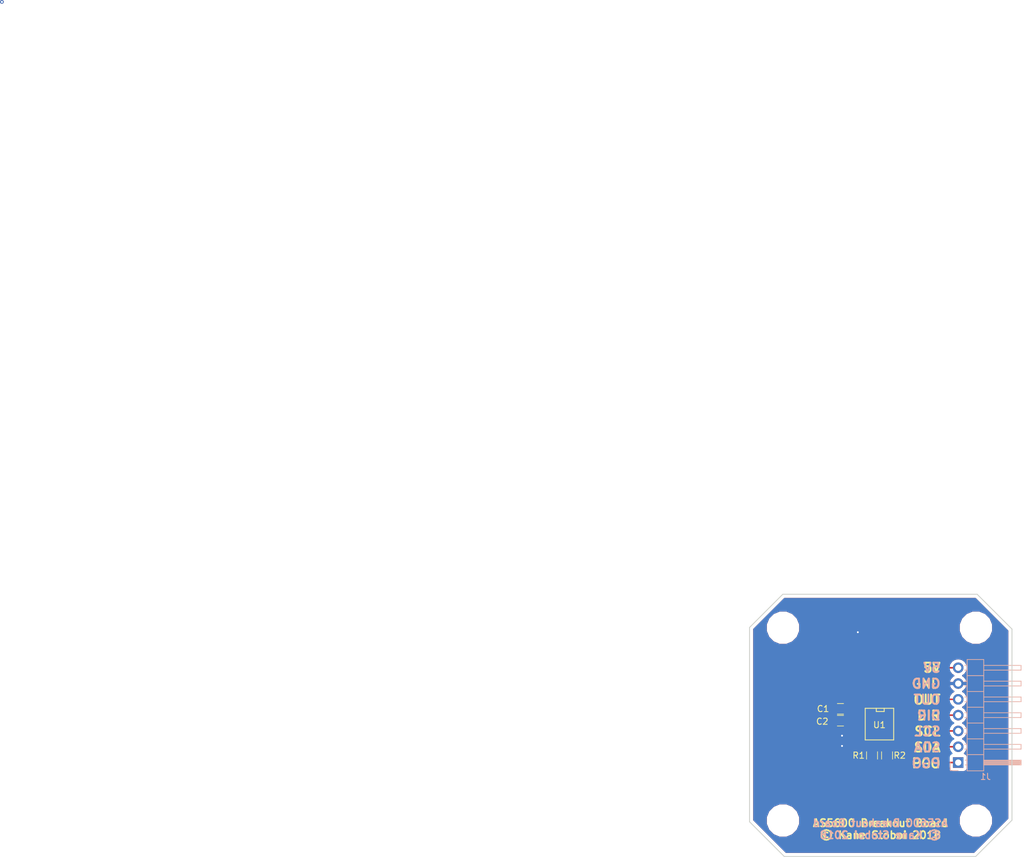
<source format=kicad_pcb>
(kicad_pcb (version 4) (host pcbnew 4.0.7)

  (general
    (links 18)
    (no_connects 0)
    (area -4.438094 -2.499 164.445001 137.489001)
    (thickness 1.6)
    (drawings 24)
    (tracks 28)
    (zones 0)
    (modules 14)
    (nets 9)
  )

  (page A4)
  (title_block
    (title "AS5600 Breakout Board")
    (date 2018-08-18)
    (rev 1)
    (company "Kane Stoboi")
  )

  (layers
    (0 F.Cu signal)
    (31 B.Cu signal)
    (32 B.Adhes user)
    (33 F.Adhes user)
    (34 B.Paste user)
    (35 F.Paste user)
    (36 B.SilkS user)
    (37 F.SilkS user)
    (38 B.Mask user)
    (39 F.Mask user)
    (40 Dwgs.User user)
    (41 Cmts.User user)
    (42 Eco1.User user)
    (43 Eco2.User user)
    (44 Edge.Cuts user)
    (45 Margin user)
    (46 B.CrtYd user)
    (47 F.CrtYd user)
    (48 B.Fab user)
    (49 F.Fab user)
  )

  (setup
    (last_trace_width 0.25)
    (trace_clearance 0.2)
    (zone_clearance 0.508)
    (zone_45_only no)
    (trace_min 0.2)
    (segment_width 0.2)
    (edge_width 0.15)
    (via_size 0.6)
    (via_drill 0.4)
    (via_min_size 0.4)
    (via_min_drill 0.3)
    (uvia_size 0.3)
    (uvia_drill 0.1)
    (uvias_allowed no)
    (uvia_min_size 0.2)
    (uvia_min_drill 0.1)
    (pcb_text_width 0.3)
    (pcb_text_size 1.5 1.5)
    (mod_edge_width 0.15)
    (mod_text_size 1 1)
    (mod_text_width 0.15)
    (pad_size 0.6 0.6)
    (pad_drill 0.3)
    (pad_to_mask_clearance 0.2)
    (aux_axis_origin 0 0)
    (visible_elements 7FFEFF7F)
    (pcbplotparams
      (layerselection 0x010f0_80000001)
      (usegerberextensions true)
      (excludeedgelayer true)
      (linewidth 0.100000)
      (plotframeref false)
      (viasonmask false)
      (mode 1)
      (useauxorigin false)
      (hpglpennumber 1)
      (hpglpenspeed 20)
      (hpglpendiameter 15)
      (hpglpenoverlay 2)
      (psnegative false)
      (psa4output false)
      (plotreference true)
      (plotvalue false)
      (plotinvisibletext false)
      (padsonsilk false)
      (subtractmaskfromsilk false)
      (outputformat 1)
      (mirror false)
      (drillshape 0)
      (scaleselection 1)
      (outputdirectory ""))
  )

  (net 0 "")
  (net 1 GND)
  (net 2 3.3V)
  (net 3 5V)
  (net 4 OUT)
  (net 5 DIR)
  (net 6 SCL)
  (net 7 SDA)
  (net 8 PGO)

  (net_class Default "This is the default net class."
    (clearance 0.2)
    (trace_width 0.25)
    (via_dia 0.6)
    (via_drill 0.4)
    (uvia_dia 0.3)
    (uvia_drill 0.1)
    (add_net 3.3V)
    (add_net 5V)
    (add_net DIR)
    (add_net GND)
    (add_net OUT)
    (add_net PGO)
    (add_net SCL)
    (add_net SDA)
  )

  (module VIAs:VIA-0.6mm (layer F.Cu) (tedit 5B7B843A) (tstamp 5B7B864F)
    (at 137.541 101.346)
    (fp_text reference REF** (at 0 1.397) (layer F.SilkS) hide
      (effects (font (size 1 1) (thickness 0.15)))
    )
    (fp_text value VIA-0.6mm (at 0 -1.524) (layer F.Fab) hide
      (effects (font (size 1 1) (thickness 0.15)))
    )
    (pad 1 thru_hole circle (at 0 0) (size 0.6 0.6) (drill 0.3) (layers *.Cu)
      (net 1 GND) (zone_connect 2))
  )

  (module VIAs:VIA-0.6mm (layer F.Cu) (tedit 5B7B843A) (tstamp 5B7B8649)
    (at 135.001 117.983)
    (fp_text reference REF** (at 0 1.397) (layer F.SilkS) hide
      (effects (font (size 1 1) (thickness 0.15)))
    )
    (fp_text value VIA-0.6mm (at 0 -1.524) (layer F.Fab) hide
      (effects (font (size 1 1) (thickness 0.15)))
    )
    (pad 1 thru_hole circle (at 0 0) (size 0.6 0.6) (drill 0.3) (layers *.Cu)
      (net 1 GND) (zone_connect 2))
  )

  (module VIA-0.6mm (layer F.Cu) (tedit 5B7795E1) (tstamp 5B7798C6)
    (at 0 0)
    (fp_text reference REF** (at 0 1.397) (layer F.SilkS) hide
      (effects (font (size 1 1) (thickness 0.15)))
    )
    (fp_text value VIA-0.6mm (at 0 -1.524) (layer F.Fab) hide
      (effects (font (size 1 1) (thickness 0.15)))
    )
    (pad 1 thru_hole circle (at 0 0) (size 0.6 0.6) (drill 0.3) (layers *.Cu)
      (zone_connect 2))
  )

  (module Capacitors_SMD:C_0805 (layer F.Cu) (tedit 5B778092) (tstamp 5B7779BF)
    (at 134.747 115.57)
    (descr "Capacitor SMD 0805, reflow soldering, AVX (see smccp.pdf)")
    (tags "capacitor 0805")
    (path /5B777736)
    (attr smd)
    (fp_text reference C1 (at -2.794 -1.905) (layer F.SilkS)
      (effects (font (size 1 1) (thickness 0.15)))
    )
    (fp_text value 1uF (at 0 1.75) (layer F.Fab)
      (effects (font (size 1 1) (thickness 0.15)))
    )
    (fp_text user %R (at 0 -1.905) (layer F.Fab)
      (effects (font (size 1 1) (thickness 0.15)))
    )
    (fp_line (start -1 0.62) (end -1 -0.62) (layer F.Fab) (width 0.1))
    (fp_line (start 1 0.62) (end -1 0.62) (layer F.Fab) (width 0.1))
    (fp_line (start 1 -0.62) (end 1 0.62) (layer F.Fab) (width 0.1))
    (fp_line (start -1 -0.62) (end 1 -0.62) (layer F.Fab) (width 0.1))
    (fp_line (start 0.5 -0.85) (end -0.5 -0.85) (layer F.SilkS) (width 0.12))
    (fp_line (start -0.5 0.85) (end 0.5 0.85) (layer F.SilkS) (width 0.12))
    (fp_line (start -1.75 -0.88) (end 1.75 -0.88) (layer F.CrtYd) (width 0.05))
    (fp_line (start -1.75 -0.88) (end -1.75 0.87) (layer F.CrtYd) (width 0.05))
    (fp_line (start 1.75 0.87) (end 1.75 -0.88) (layer F.CrtYd) (width 0.05))
    (fp_line (start 1.75 0.87) (end -1.75 0.87) (layer F.CrtYd) (width 0.05))
    (pad 1 smd rect (at -1 0) (size 1 1.25) (layers F.Cu F.Paste F.Mask)
      (net 1 GND))
    (pad 2 smd rect (at 1 0) (size 1 1.25) (layers F.Cu F.Paste F.Mask)
      (net 2 3.3V))
    (model Capacitors_SMD.3dshapes/C_0805.wrl
      (at (xyz 0 0 0))
      (scale (xyz 1 1 1))
      (rotate (xyz 0 0 0))
    )
  )

  (module Capacitors_SMD:C_0805 (layer F.Cu) (tedit 5B778098) (tstamp 5B7779C5)
    (at 134.747 113.665 180)
    (descr "Capacitor SMD 0805, reflow soldering, AVX (see smccp.pdf)")
    (tags "capacitor 0805")
    (path /5B7775CB)
    (attr smd)
    (fp_text reference C2 (at 2.921 -2.032 180) (layer F.SilkS)
      (effects (font (size 1 1) (thickness 0.15)))
    )
    (fp_text value 100nF (at 0 1.75 180) (layer F.Fab)
      (effects (font (size 1 1) (thickness 0.15)))
    )
    (fp_text user %R (at 0 -1.905 180) (layer F.Fab)
      (effects (font (size 1 1) (thickness 0.15)))
    )
    (fp_line (start -1 0.62) (end -1 -0.62) (layer F.Fab) (width 0.1))
    (fp_line (start 1 0.62) (end -1 0.62) (layer F.Fab) (width 0.1))
    (fp_line (start 1 -0.62) (end 1 0.62) (layer F.Fab) (width 0.1))
    (fp_line (start -1 -0.62) (end 1 -0.62) (layer F.Fab) (width 0.1))
    (fp_line (start 0.5 -0.85) (end -0.5 -0.85) (layer F.SilkS) (width 0.12))
    (fp_line (start -0.5 0.85) (end 0.5 0.85) (layer F.SilkS) (width 0.12))
    (fp_line (start -1.75 -0.88) (end 1.75 -0.88) (layer F.CrtYd) (width 0.05))
    (fp_line (start -1.75 -0.88) (end -1.75 0.87) (layer F.CrtYd) (width 0.05))
    (fp_line (start 1.75 0.87) (end 1.75 -0.88) (layer F.CrtYd) (width 0.05))
    (fp_line (start 1.75 0.87) (end -1.75 0.87) (layer F.CrtYd) (width 0.05))
    (pad 1 smd rect (at -1 0 180) (size 1 1.25) (layers F.Cu F.Paste F.Mask)
      (net 3 5V))
    (pad 2 smd rect (at 1 0 180) (size 1 1.25) (layers F.Cu F.Paste F.Mask)
      (net 1 GND))
    (model Capacitors_SMD.3dshapes/C_0805.wrl
      (at (xyz 0 0 0))
      (scale (xyz 1 1 1))
      (rotate (xyz 0 0 0))
    )
  )

  (module Resistors_SMD:R_0805 (layer F.Cu) (tedit 5B78A327) (tstamp 5B7779D7)
    (at 139.827 121.158 90)
    (descr "Resistor SMD 0805, reflow soldering, Vishay (see dcrcw.pdf)")
    (tags "resistor 0805")
    (path /5B777C09)
    (attr smd)
    (fp_text reference R1 (at 0 -2.159 180) (layer F.SilkS)
      (effects (font (size 1 1) (thickness 0.15)))
    )
    (fp_text value R (at -2.286 0.127 90) (layer F.Fab)
      (effects (font (size 1 1) (thickness 0.15)))
    )
    (fp_text user %R (at 0 0 90) (layer F.Fab)
      (effects (font (size 0.5 0.5) (thickness 0.075)))
    )
    (fp_line (start -1 0.62) (end -1 -0.62) (layer F.Fab) (width 0.1))
    (fp_line (start 1 0.62) (end -1 0.62) (layer F.Fab) (width 0.1))
    (fp_line (start 1 -0.62) (end 1 0.62) (layer F.Fab) (width 0.1))
    (fp_line (start -1 -0.62) (end 1 -0.62) (layer F.Fab) (width 0.1))
    (fp_line (start 0.6 0.88) (end -0.6 0.88) (layer F.SilkS) (width 0.12))
    (fp_line (start -0.6 -0.88) (end 0.6 -0.88) (layer F.SilkS) (width 0.12))
    (fp_line (start -1.55 -0.9) (end 1.55 -0.9) (layer F.CrtYd) (width 0.05))
    (fp_line (start -1.55 -0.9) (end -1.55 0.9) (layer F.CrtYd) (width 0.05))
    (fp_line (start 1.55 0.9) (end 1.55 -0.9) (layer F.CrtYd) (width 0.05))
    (fp_line (start 1.55 0.9) (end -1.55 0.9) (layer F.CrtYd) (width 0.05))
    (pad 1 smd rect (at -0.95 0 90) (size 0.7 1.3) (layers F.Cu F.Paste F.Mask)
      (net 1 GND))
    (pad 2 smd rect (at 0.95 0 90) (size 0.7 1.3) (layers F.Cu F.Paste F.Mask)
      (net 6 SCL))
    (model ${KISYS3DMOD}/Resistors_SMD.3dshapes/R_0805.wrl
      (at (xyz 0 0 0))
      (scale (xyz 1 1 1))
      (rotate (xyz 0 0 0))
    )
  )

  (module Resistors_SMD:R_0805 (layer F.Cu) (tedit 5B78A37E) (tstamp 5B7779DD)
    (at 142.24 121.158 270)
    (descr "Resistor SMD 0805, reflow soldering, Vishay (see dcrcw.pdf)")
    (tags "resistor 0805")
    (path /5B777C78)
    (attr smd)
    (fp_text reference R2 (at 0 -2.032 360) (layer F.SilkS)
      (effects (font (size 1 1) (thickness 0.15)))
    )
    (fp_text value R (at 2.286 -0.254 270) (layer F.Fab)
      (effects (font (size 1 1) (thickness 0.15)))
    )
    (fp_text user %R (at 0 0 270) (layer F.Fab)
      (effects (font (size 0.5 0.5) (thickness 0.075)))
    )
    (fp_line (start -1 0.62) (end -1 -0.62) (layer F.Fab) (width 0.1))
    (fp_line (start 1 0.62) (end -1 0.62) (layer F.Fab) (width 0.1))
    (fp_line (start 1 -0.62) (end 1 0.62) (layer F.Fab) (width 0.1))
    (fp_line (start -1 -0.62) (end 1 -0.62) (layer F.Fab) (width 0.1))
    (fp_line (start 0.6 0.88) (end -0.6 0.88) (layer F.SilkS) (width 0.12))
    (fp_line (start -0.6 -0.88) (end 0.6 -0.88) (layer F.SilkS) (width 0.12))
    (fp_line (start -1.55 -0.9) (end 1.55 -0.9) (layer F.CrtYd) (width 0.05))
    (fp_line (start -1.55 -0.9) (end -1.55 0.9) (layer F.CrtYd) (width 0.05))
    (fp_line (start 1.55 0.9) (end 1.55 -0.9) (layer F.CrtYd) (width 0.05))
    (fp_line (start 1.55 0.9) (end -1.55 0.9) (layer F.CrtYd) (width 0.05))
    (pad 1 smd rect (at -0.95 0 270) (size 0.7 1.3) (layers F.Cu F.Paste F.Mask)
      (net 7 SDA))
    (pad 2 smd rect (at 0.95 0 270) (size 0.7 1.3) (layers F.Cu F.Paste F.Mask)
      (net 1 GND))
    (model ${KISYS3DMOD}/Resistors_SMD.3dshapes/R_0805.wrl
      (at (xyz 0 0 0))
      (scale (xyz 1 1 1))
      (rotate (xyz 0 0 0))
    )
  )

  (module SMD_Packages:SOIC-8-N (layer F.Cu) (tedit 5B7780B6) (tstamp 5B7779E9)
    (at 141.015 116.123 270)
    (descr "Module Narrow CMS SOJ 8 pins large")
    (tags "CMS SOJ")
    (path /5B77739F)
    (attr smd)
    (fp_text reference U1 (at 0.127 0 360) (layer F.SilkS)
      (effects (font (size 1 1) (thickness 0.15)))
    )
    (fp_text value AS5600 (at 0 1.27 270) (layer F.Fab)
      (effects (font (size 1 1) (thickness 0.15)))
    )
    (fp_line (start -2.54 -2.286) (end 2.54 -2.286) (layer F.SilkS) (width 0.15))
    (fp_line (start 2.54 -2.286) (end 2.54 2.286) (layer F.SilkS) (width 0.15))
    (fp_line (start 2.54 2.286) (end -2.54 2.286) (layer F.SilkS) (width 0.15))
    (fp_line (start -2.54 2.286) (end -2.54 -2.286) (layer F.SilkS) (width 0.15))
    (fp_line (start -2.54 -0.762) (end -2.032 -0.762) (layer F.SilkS) (width 0.15))
    (fp_line (start -2.032 -0.762) (end -2.032 0.508) (layer F.SilkS) (width 0.15))
    (fp_line (start -2.032 0.508) (end -2.54 0.508) (layer F.SilkS) (width 0.15))
    (pad 8 smd rect (at -1.905 -3.175 270) (size 0.508 1.143) (layers F.Cu F.Paste F.Mask)
      (net 5 DIR))
    (pad 7 smd rect (at -0.635 -3.175 270) (size 0.508 1.143) (layers F.Cu F.Paste F.Mask)
      (net 6 SCL))
    (pad 6 smd rect (at 0.635 -3.175 270) (size 0.508 1.143) (layers F.Cu F.Paste F.Mask)
      (net 7 SDA))
    (pad 5 smd rect (at 1.905 -3.175 270) (size 0.508 1.143) (layers F.Cu F.Paste F.Mask)
      (net 8 PGO))
    (pad 4 smd rect (at 1.905 3.175 270) (size 0.508 1.143) (layers F.Cu F.Paste F.Mask)
      (net 1 GND))
    (pad 3 smd rect (at 0.635 3.175 270) (size 0.508 1.143) (layers F.Cu F.Paste F.Mask)
      (net 4 OUT))
    (pad 2 smd rect (at -0.635 3.175 270) (size 0.508 1.143) (layers F.Cu F.Paste F.Mask)
      (net 2 3.3V))
    (pad 1 smd rect (at -1.905 3.175 270) (size 0.508 1.143) (layers F.Cu F.Paste F.Mask)
      (net 3 5V))
    (model SMD_Packages.3dshapes/SOIC-8-N.wrl
      (at (xyz 0 0 0))
      (scale (xyz 0.5 0.38 0.5))
      (rotate (xyz 0 0 0))
    )
  )

  (module Mounting_Holes:MountingHole_3.2mm_M3 (layer F.Cu) (tedit 5B78A319) (tstamp 5B778D59)
    (at 125.515 100.623)
    (descr "Mounting Hole 3.2mm, no annular, M3")
    (tags "mounting hole 3.2mm no annular m3")
    (clearance 1)
    (attr virtual)
    (fp_text reference "" (at 0 -4.2) (layer F.SilkS)
      (effects (font (size 1 1) (thickness 0.15)))
    )
    (fp_text value "" (at 0 4.2) (layer F.Fab)
      (effects (font (size 1 1) (thickness 0.15)))
    )
    (fp_text user %R (at 0.3 0) (layer F.Fab)
      (effects (font (size 1 1) (thickness 0.15)))
    )
    (fp_circle (center 0 0) (end 3.2 0) (layer Cmts.User) (width 0.15))
    (fp_circle (center 0 0) (end 3.45 0) (layer F.CrtYd) (width 0.05))
    (pad 1 np_thru_hole circle (at 0 0) (size 3.2 3.2) (drill 3.2) (layers *.Cu *.Mask))
  )

  (module Mounting_Holes:MountingHole_3.2mm_M3 (layer F.Cu) (tedit 5B78A3C3) (tstamp 5B7790A2)
    (at 156.515 100.623)
    (descr "Mounting Hole 3.2mm, no annular, M3")
    (tags "mounting hole 3.2mm no annular m3")
    (clearance 1)
    (attr virtual)
    (fp_text reference "" (at 0 -4.2) (layer F.SilkS)
      (effects (font (size 1 1) (thickness 0.15)))
    )
    (fp_text value "" (at 0 4.2) (layer F.Fab)
      (effects (font (size 1 1) (thickness 0.15)))
    )
    (fp_text user %R (at 0.3 0) (layer F.Fab)
      (effects (font (size 1 1) (thickness 0.15)))
    )
    (fp_circle (center 0 0) (end 3.2 0) (layer Cmts.User) (width 0.15))
    (fp_circle (center 0 0) (end 3.45 0) (layer F.CrtYd) (width 0.05))
    (pad 1 np_thru_hole circle (at 0 0) (size 3.2 3.2) (drill 3.2) (layers *.Cu *.Mask))
  )

  (module Mounting_Holes:MountingHole_3.2mm_M3 (layer F.Cu) (tedit 5B78A91B) (tstamp 5B77915B)
    (at 125.515 131.623)
    (descr "Mounting Hole 3.2mm, no annular, M3")
    (tags "mounting hole 3.2mm no annular m3")
    (clearance 1)
    (attr virtual)
    (fp_text reference "" (at 0 -4.2) (layer F.SilkS)
      (effects (font (size 1 1) (thickness 0.15)))
    )
    (fp_text value "" (at 0 4.2) (layer F.Fab)
      (effects (font (size 1 1) (thickness 0.15)))
    )
    (fp_text user %R (at 0.3 0) (layer F.Fab)
      (effects (font (size 1 1) (thickness 0.15)))
    )
    (fp_circle (center 0 0) (end 3.2 0) (layer Cmts.User) (width 0.15))
    (fp_circle (center 0 0) (end 3.45 0) (layer F.CrtYd) (width 0.05))
    (pad 1 np_thru_hole circle (at 0 0) (size 3.2 3.2) (drill 3.2) (layers *.Cu *.Mask))
  )

  (module Mounting_Holes:MountingHole_3.2mm_M3 (layer F.Cu) (tedit 5B78A927) (tstamp 5B779175)
    (at 156.515 131.623)
    (descr "Mounting Hole 3.2mm, no annular, M3")
    (tags "mounting hole 3.2mm no annular m3")
    (clearance 1)
    (attr virtual)
    (fp_text reference "" (at 0 -4.2) (layer F.SilkS)
      (effects (font (size 1 1) (thickness 0.15)))
    )
    (fp_text value "" (at 0 4.2) (layer F.Fab)
      (effects (font (size 1 1) (thickness 0.15)))
    )
    (fp_text user %R (at 0.3 0) (layer F.Fab)
      (effects (font (size 1 1) (thickness 0.15)))
    )
    (fp_circle (center 0 0) (end 3.2 0) (layer Cmts.User) (width 0.15))
    (fp_circle (center 0 0) (end 3.45 0) (layer F.CrtYd) (width 0.05))
    (pad 1 np_thru_hole circle (at 0 0) (size 3.2 3.2) (drill 3.2) (layers *.Cu *.Mask))
  )

  (module Pin_Headers:Pin_Header_Angled_1x07_Pitch2.54mm (layer B.Cu) (tedit 59650532) (tstamp 5B78A780)
    (at 153.67 122.301)
    (descr "Through hole angled pin header, 1x07, 2.54mm pitch, 6mm pin length, single row")
    (tags "Through hole angled pin header THT 1x07 2.54mm single row")
    (path /5B78A669)
    (fp_text reference J1 (at 4.385 2.27) (layer B.SilkS)
      (effects (font (size 1 1) (thickness 0.15)) (justify mirror))
    )
    (fp_text value Conn_01x07 (at 4.385 -17.51) (layer B.Fab)
      (effects (font (size 1 1) (thickness 0.15)) (justify mirror))
    )
    (fp_line (start 2.135 1.27) (end 4.04 1.27) (layer B.Fab) (width 0.1))
    (fp_line (start 4.04 1.27) (end 4.04 -16.51) (layer B.Fab) (width 0.1))
    (fp_line (start 4.04 -16.51) (end 1.5 -16.51) (layer B.Fab) (width 0.1))
    (fp_line (start 1.5 -16.51) (end 1.5 0.635) (layer B.Fab) (width 0.1))
    (fp_line (start 1.5 0.635) (end 2.135 1.27) (layer B.Fab) (width 0.1))
    (fp_line (start -0.32 0.32) (end 1.5 0.32) (layer B.Fab) (width 0.1))
    (fp_line (start -0.32 0.32) (end -0.32 -0.32) (layer B.Fab) (width 0.1))
    (fp_line (start -0.32 -0.32) (end 1.5 -0.32) (layer B.Fab) (width 0.1))
    (fp_line (start 4.04 0.32) (end 10.04 0.32) (layer B.Fab) (width 0.1))
    (fp_line (start 10.04 0.32) (end 10.04 -0.32) (layer B.Fab) (width 0.1))
    (fp_line (start 4.04 -0.32) (end 10.04 -0.32) (layer B.Fab) (width 0.1))
    (fp_line (start -0.32 -2.22) (end 1.5 -2.22) (layer B.Fab) (width 0.1))
    (fp_line (start -0.32 -2.22) (end -0.32 -2.86) (layer B.Fab) (width 0.1))
    (fp_line (start -0.32 -2.86) (end 1.5 -2.86) (layer B.Fab) (width 0.1))
    (fp_line (start 4.04 -2.22) (end 10.04 -2.22) (layer B.Fab) (width 0.1))
    (fp_line (start 10.04 -2.22) (end 10.04 -2.86) (layer B.Fab) (width 0.1))
    (fp_line (start 4.04 -2.86) (end 10.04 -2.86) (layer B.Fab) (width 0.1))
    (fp_line (start -0.32 -4.76) (end 1.5 -4.76) (layer B.Fab) (width 0.1))
    (fp_line (start -0.32 -4.76) (end -0.32 -5.4) (layer B.Fab) (width 0.1))
    (fp_line (start -0.32 -5.4) (end 1.5 -5.4) (layer B.Fab) (width 0.1))
    (fp_line (start 4.04 -4.76) (end 10.04 -4.76) (layer B.Fab) (width 0.1))
    (fp_line (start 10.04 -4.76) (end 10.04 -5.4) (layer B.Fab) (width 0.1))
    (fp_line (start 4.04 -5.4) (end 10.04 -5.4) (layer B.Fab) (width 0.1))
    (fp_line (start -0.32 -7.3) (end 1.5 -7.3) (layer B.Fab) (width 0.1))
    (fp_line (start -0.32 -7.3) (end -0.32 -7.94) (layer B.Fab) (width 0.1))
    (fp_line (start -0.32 -7.94) (end 1.5 -7.94) (layer B.Fab) (width 0.1))
    (fp_line (start 4.04 -7.3) (end 10.04 -7.3) (layer B.Fab) (width 0.1))
    (fp_line (start 10.04 -7.3) (end 10.04 -7.94) (layer B.Fab) (width 0.1))
    (fp_line (start 4.04 -7.94) (end 10.04 -7.94) (layer B.Fab) (width 0.1))
    (fp_line (start -0.32 -9.84) (end 1.5 -9.84) (layer B.Fab) (width 0.1))
    (fp_line (start -0.32 -9.84) (end -0.32 -10.48) (layer B.Fab) (width 0.1))
    (fp_line (start -0.32 -10.48) (end 1.5 -10.48) (layer B.Fab) (width 0.1))
    (fp_line (start 4.04 -9.84) (end 10.04 -9.84) (layer B.Fab) (width 0.1))
    (fp_line (start 10.04 -9.84) (end 10.04 -10.48) (layer B.Fab) (width 0.1))
    (fp_line (start 4.04 -10.48) (end 10.04 -10.48) (layer B.Fab) (width 0.1))
    (fp_line (start -0.32 -12.38) (end 1.5 -12.38) (layer B.Fab) (width 0.1))
    (fp_line (start -0.32 -12.38) (end -0.32 -13.02) (layer B.Fab) (width 0.1))
    (fp_line (start -0.32 -13.02) (end 1.5 -13.02) (layer B.Fab) (width 0.1))
    (fp_line (start 4.04 -12.38) (end 10.04 -12.38) (layer B.Fab) (width 0.1))
    (fp_line (start 10.04 -12.38) (end 10.04 -13.02) (layer B.Fab) (width 0.1))
    (fp_line (start 4.04 -13.02) (end 10.04 -13.02) (layer B.Fab) (width 0.1))
    (fp_line (start -0.32 -14.92) (end 1.5 -14.92) (layer B.Fab) (width 0.1))
    (fp_line (start -0.32 -14.92) (end -0.32 -15.56) (layer B.Fab) (width 0.1))
    (fp_line (start -0.32 -15.56) (end 1.5 -15.56) (layer B.Fab) (width 0.1))
    (fp_line (start 4.04 -14.92) (end 10.04 -14.92) (layer B.Fab) (width 0.1))
    (fp_line (start 10.04 -14.92) (end 10.04 -15.56) (layer B.Fab) (width 0.1))
    (fp_line (start 4.04 -15.56) (end 10.04 -15.56) (layer B.Fab) (width 0.1))
    (fp_line (start 1.44 1.33) (end 1.44 -16.57) (layer B.SilkS) (width 0.12))
    (fp_line (start 1.44 -16.57) (end 4.1 -16.57) (layer B.SilkS) (width 0.12))
    (fp_line (start 4.1 -16.57) (end 4.1 1.33) (layer B.SilkS) (width 0.12))
    (fp_line (start 4.1 1.33) (end 1.44 1.33) (layer B.SilkS) (width 0.12))
    (fp_line (start 4.1 0.38) (end 10.1 0.38) (layer B.SilkS) (width 0.12))
    (fp_line (start 10.1 0.38) (end 10.1 -0.38) (layer B.SilkS) (width 0.12))
    (fp_line (start 10.1 -0.38) (end 4.1 -0.38) (layer B.SilkS) (width 0.12))
    (fp_line (start 4.1 0.32) (end 10.1 0.32) (layer B.SilkS) (width 0.12))
    (fp_line (start 4.1 0.2) (end 10.1 0.2) (layer B.SilkS) (width 0.12))
    (fp_line (start 4.1 0.08) (end 10.1 0.08) (layer B.SilkS) (width 0.12))
    (fp_line (start 4.1 -0.04) (end 10.1 -0.04) (layer B.SilkS) (width 0.12))
    (fp_line (start 4.1 -0.16) (end 10.1 -0.16) (layer B.SilkS) (width 0.12))
    (fp_line (start 4.1 -0.28) (end 10.1 -0.28) (layer B.SilkS) (width 0.12))
    (fp_line (start 1.11 0.38) (end 1.44 0.38) (layer B.SilkS) (width 0.12))
    (fp_line (start 1.11 -0.38) (end 1.44 -0.38) (layer B.SilkS) (width 0.12))
    (fp_line (start 1.44 -1.27) (end 4.1 -1.27) (layer B.SilkS) (width 0.12))
    (fp_line (start 4.1 -2.16) (end 10.1 -2.16) (layer B.SilkS) (width 0.12))
    (fp_line (start 10.1 -2.16) (end 10.1 -2.92) (layer B.SilkS) (width 0.12))
    (fp_line (start 10.1 -2.92) (end 4.1 -2.92) (layer B.SilkS) (width 0.12))
    (fp_line (start 1.042929 -2.16) (end 1.44 -2.16) (layer B.SilkS) (width 0.12))
    (fp_line (start 1.042929 -2.92) (end 1.44 -2.92) (layer B.SilkS) (width 0.12))
    (fp_line (start 1.44 -3.81) (end 4.1 -3.81) (layer B.SilkS) (width 0.12))
    (fp_line (start 4.1 -4.7) (end 10.1 -4.7) (layer B.SilkS) (width 0.12))
    (fp_line (start 10.1 -4.7) (end 10.1 -5.46) (layer B.SilkS) (width 0.12))
    (fp_line (start 10.1 -5.46) (end 4.1 -5.46) (layer B.SilkS) (width 0.12))
    (fp_line (start 1.042929 -4.7) (end 1.44 -4.7) (layer B.SilkS) (width 0.12))
    (fp_line (start 1.042929 -5.46) (end 1.44 -5.46) (layer B.SilkS) (width 0.12))
    (fp_line (start 1.44 -6.35) (end 4.1 -6.35) (layer B.SilkS) (width 0.12))
    (fp_line (start 4.1 -7.24) (end 10.1 -7.24) (layer B.SilkS) (width 0.12))
    (fp_line (start 10.1 -7.24) (end 10.1 -8) (layer B.SilkS) (width 0.12))
    (fp_line (start 10.1 -8) (end 4.1 -8) (layer B.SilkS) (width 0.12))
    (fp_line (start 1.042929 -7.24) (end 1.44 -7.24) (layer B.SilkS) (width 0.12))
    (fp_line (start 1.042929 -8) (end 1.44 -8) (layer B.SilkS) (width 0.12))
    (fp_line (start 1.44 -8.89) (end 4.1 -8.89) (layer B.SilkS) (width 0.12))
    (fp_line (start 4.1 -9.78) (end 10.1 -9.78) (layer B.SilkS) (width 0.12))
    (fp_line (start 10.1 -9.78) (end 10.1 -10.54) (layer B.SilkS) (width 0.12))
    (fp_line (start 10.1 -10.54) (end 4.1 -10.54) (layer B.SilkS) (width 0.12))
    (fp_line (start 1.042929 -9.78) (end 1.44 -9.78) (layer B.SilkS) (width 0.12))
    (fp_line (start 1.042929 -10.54) (end 1.44 -10.54) (layer B.SilkS) (width 0.12))
    (fp_line (start 1.44 -11.43) (end 4.1 -11.43) (layer B.SilkS) (width 0.12))
    (fp_line (start 4.1 -12.32) (end 10.1 -12.32) (layer B.SilkS) (width 0.12))
    (fp_line (start 10.1 -12.32) (end 10.1 -13.08) (layer B.SilkS) (width 0.12))
    (fp_line (start 10.1 -13.08) (end 4.1 -13.08) (layer B.SilkS) (width 0.12))
    (fp_line (start 1.042929 -12.32) (end 1.44 -12.32) (layer B.SilkS) (width 0.12))
    (fp_line (start 1.042929 -13.08) (end 1.44 -13.08) (layer B.SilkS) (width 0.12))
    (fp_line (start 1.44 -13.97) (end 4.1 -13.97) (layer B.SilkS) (width 0.12))
    (fp_line (start 4.1 -14.86) (end 10.1 -14.86) (layer B.SilkS) (width 0.12))
    (fp_line (start 10.1 -14.86) (end 10.1 -15.62) (layer B.SilkS) (width 0.12))
    (fp_line (start 10.1 -15.62) (end 4.1 -15.62) (layer B.SilkS) (width 0.12))
    (fp_line (start 1.042929 -14.86) (end 1.44 -14.86) (layer B.SilkS) (width 0.12))
    (fp_line (start 1.042929 -15.62) (end 1.44 -15.62) (layer B.SilkS) (width 0.12))
    (fp_line (start -1.27 0) (end -1.27 1.27) (layer B.SilkS) (width 0.12))
    (fp_line (start -1.27 1.27) (end 0 1.27) (layer B.SilkS) (width 0.12))
    (fp_line (start -1.8 1.8) (end -1.8 -17.05) (layer B.CrtYd) (width 0.05))
    (fp_line (start -1.8 -17.05) (end 10.55 -17.05) (layer B.CrtYd) (width 0.05))
    (fp_line (start 10.55 -17.05) (end 10.55 1.8) (layer B.CrtYd) (width 0.05))
    (fp_line (start 10.55 1.8) (end -1.8 1.8) (layer B.CrtYd) (width 0.05))
    (fp_text user %R (at 2.77 -7.62 270) (layer B.Fab)
      (effects (font (size 1 1) (thickness 0.15)) (justify mirror))
    )
    (pad 1 thru_hole rect (at 0 0) (size 1.7 1.7) (drill 1) (layers *.Cu *.Mask)
      (net 8 PGO))
    (pad 2 thru_hole oval (at 0 -2.54) (size 1.7 1.7) (drill 1) (layers *.Cu *.Mask)
      (net 7 SDA))
    (pad 3 thru_hole oval (at 0 -5.08) (size 1.7 1.7) (drill 1) (layers *.Cu *.Mask)
      (net 6 SCL))
    (pad 4 thru_hole oval (at 0 -7.62) (size 1.7 1.7) (drill 1) (layers *.Cu *.Mask)
      (net 5 DIR))
    (pad 5 thru_hole oval (at 0 -10.16) (size 1.7 1.7) (drill 1) (layers *.Cu *.Mask)
      (net 4 OUT))
    (pad 6 thru_hole oval (at 0 -12.7) (size 1.7 1.7) (drill 1) (layers *.Cu *.Mask)
      (net 1 GND))
    (pad 7 thru_hole oval (at 0 -15.24) (size 1.7 1.7) (drill 1) (layers *.Cu *.Mask)
      (net 3 5V))
    (model ${KISYS3DMOD}/Pin_Headers.3dshapes/Pin_Header_Angled_1x07_Pitch2.54mm.wrl
      (at (xyz 0 0 0))
      (scale (xyz 1 1 1))
      (rotate (xyz 0 0 0))
    )
  )

  (module VIAs:VIA-0.6mm (layer F.Cu) (tedit 5B7B843A) (tstamp 5B7B863D)
    (at 135.001 119.634)
    (fp_text reference REF** (at 0 1.397) (layer F.SilkS) hide
      (effects (font (size 1 1) (thickness 0.15)))
    )
    (fp_text value VIA-0.6mm (at 0 -1.524) (layer F.Fab) hide
      (effects (font (size 1 1) (thickness 0.15)))
    )
    (pad 1 thru_hole circle (at 0 0) (size 0.6 0.6) (drill 0.3) (layers *.Cu)
      (net 1 GND) (zone_connect 2))
  )

  (gr_text "AS5600 Breakout Board\n© Kane Stoboi 2018" (at 141.165 133) (layer B.SilkS)
    (effects (font (size 1.2 1.2) (thickness 0.25)) (justify mirror))
  )
  (gr_line (start 162.306 100.838) (end 162.306 131.572) (angle 90) (layer Edge.Cuts) (width 0.15))
  (gr_line (start 156.718 95.25) (end 162.306 100.838) (angle 90) (layer Edge.Cuts) (width 0.15))
  (gr_line (start 156.464 137.414) (end 162.306 131.572) (angle 90) (layer Edge.Cuts) (width 0.15))
  (gr_line (start 125.73 137.414) (end 156.464 137.414) (angle 90) (layer Edge.Cuts) (width 0.15))
  (gr_line (start 120.142 131.826) (end 125.73 137.414) (angle 90) (layer Edge.Cuts) (width 0.15))
  (gr_line (start 120.142 100.584) (end 120.142 131.826) (angle 90) (layer Edge.Cuts) (width 0.15))
  (gr_line (start 125.476 95.25) (end 120.142 100.584) (angle 90) (layer Edge.Cuts) (width 0.15))
  (gr_line (start 156.718 95.25) (end 125.476 95.25) (angle 90) (layer Edge.Cuts) (width 0.15))
  (gr_text "AS5600 Breakout Board\n© Kane Stoboi 2018" (at 141.165 133) (layer F.SilkS)
    (effects (font (size 1.2 1.2) (thickness 0.25)))
  )
  (gr_text PGO (at 151 122.421) (layer B.SilkS)
    (effects (font (size 1.5 1.5) (thickness 0.3)) (justify left mirror))
  )
  (gr_text SDA (at 151 119.861) (layer B.SilkS)
    (effects (font (size 1.5 1.5) (thickness 0.3)) (justify left mirror))
  )
  (gr_text SCL (at 151 117.301) (layer B.SilkS)
    (effects (font (size 1.5 1.5) (thickness 0.3)) (justify left mirror))
  )
  (gr_text DIR (at 151 114.741) (layer B.SilkS)
    (effects (font (size 1.5 1.5) (thickness 0.3)) (justify left mirror))
  )
  (gr_text OUT (at 151 112.181) (layer B.SilkS)
    (effects (font (size 1.5 1.5) (thickness 0.3)) (justify left mirror))
  )
  (gr_text GND (at 151 109.621) (layer B.SilkS)
    (effects (font (size 1.5 1.5) (thickness 0.3)) (justify left mirror))
  )
  (gr_text 5V (at 151 107.061) (layer B.SilkS)
    (effects (font (size 1.5 1.5) (thickness 0.3)) (justify left mirror))
  )
  (gr_text PGO (at 151 122.421) (layer F.SilkS)
    (effects (font (size 1.5 1.5) (thickness 0.3)) (justify right))
  )
  (gr_text SDA (at 151 119.861) (layer F.SilkS)
    (effects (font (size 1.5 1.5) (thickness 0.3)) (justify right))
  )
  (gr_text SCL (at 151 117.301) (layer F.SilkS)
    (effects (font (size 1.5 1.5) (thickness 0.3)) (justify right))
  )
  (gr_text DIR (at 151 114.741) (layer F.SilkS)
    (effects (font (size 1.5 1.5) (thickness 0.3)) (justify right))
  )
  (gr_text OUT (at 151 112.181) (layer F.SilkS)
    (effects (font (size 1.5 1.5) (thickness 0.3)) (justify right))
  )
  (gr_text GND (at 151 109.621) (layer F.SilkS)
    (effects (font (size 1.5 1.5) (thickness 0.3)) (justify right))
  )
  (gr_text 5V (at 151 107.061) (layer F.SilkS)
    (effects (font (size 1.5 1.5) (thickness 0.3)) (justify right))
  )

  (segment (start 137.84 115.488) (end 135.829 115.488) (width 0.25) (layer F.Cu) (net 2))
  (segment (start 135.829 115.488) (end 135.747 115.57) (width 0.25) (layer F.Cu) (net 2) (tstamp 5B78A851))
  (segment (start 135.874 115.697) (end 135.747 115.57) (width 0.25) (layer F.Cu) (net 2) (tstamp 5B777DB3))
  (segment (start 153.67 107.061) (end 144.997 107.061) (width 0.25) (layer F.Cu) (net 3))
  (segment (start 144.997 107.061) (end 137.84 114.218) (width 0.25) (layer F.Cu) (net 3) (tstamp 5B78A857))
  (segment (start 135.747 113.665) (end 137.287 113.665) (width 0.25) (layer F.Cu) (net 3))
  (segment (start 137.287 113.665) (end 137.84 114.218) (width 0.25) (layer F.Cu) (net 3) (tstamp 5B78A84B))
  (segment (start 137.84 116.758) (end 138.893 116.758) (width 0.25) (layer F.Cu) (net 4))
  (segment (start 143.51 112.141) (end 153.67 112.141) (width 0.25) (layer F.Cu) (net 4) (tstamp 5B78A88C))
  (segment (start 138.893 116.758) (end 143.51 112.141) (width 0.25) (layer F.Cu) (net 4) (tstamp 5B78A878))
  (segment (start 144.19 114.218) (end 145.841 114.218) (width 0.25) (layer F.Cu) (net 5))
  (segment (start 146.304 114.681) (end 153.67 114.681) (width 0.25) (layer F.Cu) (net 5) (tstamp 5B78A896))
  (segment (start 145.841 114.218) (end 146.304 114.681) (width 0.25) (layer F.Cu) (net 5) (tstamp 5B78A891))
  (segment (start 144.19 115.488) (end 142.83 115.488) (width 0.25) (layer F.Cu) (net 6))
  (segment (start 139.827 118.491) (end 139.827 120.208) (width 0.25) (layer F.Cu) (net 6) (tstamp 5B78A8C0))
  (segment (start 142.83 115.488) (end 139.827 118.491) (width 0.25) (layer F.Cu) (net 6) (tstamp 5B78A8BC))
  (segment (start 144.19 115.488) (end 145.333 115.488) (width 0.25) (layer F.Cu) (net 6))
  (segment (start 147.066 117.221) (end 153.67 117.221) (width 0.25) (layer F.Cu) (net 6) (tstamp 5B78A8A0))
  (segment (start 145.333 115.488) (end 147.066 117.221) (width 0.25) (layer F.Cu) (net 6) (tstamp 5B78A899))
  (segment (start 142.24 120.208) (end 142.24 117.729) (width 0.25) (layer F.Cu) (net 7))
  (segment (start 143.211 116.758) (end 144.19 116.758) (width 0.25) (layer F.Cu) (net 7) (tstamp 5B78A8B9))
  (segment (start 142.24 117.729) (end 143.211 116.758) (width 0.25) (layer F.Cu) (net 7) (tstamp 5B78A8B7))
  (segment (start 144.19 116.758) (end 145.079 116.758) (width 0.25) (layer F.Cu) (net 7))
  (segment (start 148.082 119.761) (end 153.67 119.761) (width 0.25) (layer F.Cu) (net 7) (tstamp 5B78A8A8))
  (segment (start 145.079 116.758) (end 148.082 119.761) (width 0.25) (layer F.Cu) (net 7) (tstamp 5B78A8A4))
  (segment (start 144.19 118.028) (end 145.333 118.028) (width 0.25) (layer F.Cu) (net 8))
  (segment (start 149.606 122.301) (end 153.67 122.301) (width 0.25) (layer F.Cu) (net 8) (tstamp 5B78A8B3))
  (segment (start 145.333 118.028) (end 149.606 122.301) (width 0.25) (layer F.Cu) (net 8) (tstamp 5B78A8AD))

  (zone (net 1) (net_name GND) (layer F.Cu) (tstamp 5B78A40C) (hatch edge 0.508)
    (connect_pads (clearance 0.508))
    (min_thickness 0.254)
    (fill yes (arc_segments 16) (thermal_gap 0.508) (thermal_bridge_width 0.508))
    (polygon
      (pts
        (xy 162.052 100.838) (xy 162.052 131.572) (xy 156.464 137.16) (xy 125.73 137.16) (xy 120.396 131.826)
        (xy 120.396 100.584) (xy 125.476 95.504) (xy 156.718 95.504)
      )
    )
    (filled_polygon
      (pts
        (xy 161.596 101.132092) (xy 161.596 131.277908) (xy 156.169908 136.704) (xy 126.024092 136.704) (xy 121.483146 132.163054)
        (xy 122.787528 132.163054) (xy 123.201814 133.165703) (xy 123.968262 133.93349) (xy 124.970186 134.349526) (xy 126.055054 134.350472)
        (xy 127.057703 133.936186) (xy 127.82549 133.169738) (xy 128.241526 132.167814) (xy 128.24153 132.163054) (xy 153.787528 132.163054)
        (xy 154.201814 133.165703) (xy 154.968262 133.93349) (xy 155.970186 134.349526) (xy 157.055054 134.350472) (xy 158.057703 133.936186)
        (xy 158.82549 133.169738) (xy 159.241526 132.167814) (xy 159.242472 131.082946) (xy 158.828186 130.080297) (xy 158.061738 129.31251)
        (xy 157.059814 128.896474) (xy 155.974946 128.895528) (xy 154.972297 129.309814) (xy 154.20451 130.076262) (xy 153.788474 131.078186)
        (xy 153.787528 132.163054) (xy 128.24153 132.163054) (xy 128.242472 131.082946) (xy 127.828186 130.080297) (xy 127.061738 129.31251)
        (xy 126.059814 128.896474) (xy 124.974946 128.895528) (xy 123.972297 129.309814) (xy 123.20451 130.076262) (xy 122.788474 131.078186)
        (xy 122.787528 132.163054) (xy 121.483146 132.163054) (xy 120.852 131.531908) (xy 120.852 122.39375) (xy 138.542 122.39375)
        (xy 138.542 122.584309) (xy 138.638673 122.817698) (xy 138.817301 122.996327) (xy 139.05069 123.093) (xy 139.54125 123.093)
        (xy 139.7 122.93425) (xy 139.7 122.235) (xy 139.954 122.235) (xy 139.954 122.93425) (xy 140.11275 123.093)
        (xy 140.60331 123.093) (xy 140.836699 122.996327) (xy 141.015327 122.817698) (xy 141.0335 122.773825) (xy 141.051673 122.817698)
        (xy 141.230301 122.996327) (xy 141.46369 123.093) (xy 141.95425 123.093) (xy 142.113 122.93425) (xy 142.113 122.235)
        (xy 142.367 122.235) (xy 142.367 122.93425) (xy 142.52575 123.093) (xy 143.01631 123.093) (xy 143.249699 122.996327)
        (xy 143.428327 122.817698) (xy 143.525 122.584309) (xy 143.525 122.39375) (xy 143.36625 122.235) (xy 142.367 122.235)
        (xy 142.113 122.235) (xy 141.11375 122.235) (xy 141.0335 122.31525) (xy 140.95325 122.235) (xy 139.954 122.235)
        (xy 139.7 122.235) (xy 138.70075 122.235) (xy 138.542 122.39375) (xy 120.852 122.39375) (xy 120.852 118.31375)
        (xy 136.6335 118.31375) (xy 136.6335 118.408309) (xy 136.730173 118.641698) (xy 136.908801 118.820327) (xy 137.14219 118.917)
        (xy 137.55425 118.917) (xy 137.713 118.75825) (xy 137.713 118.155) (xy 137.967 118.155) (xy 137.967 118.75825)
        (xy 138.12575 118.917) (xy 138.53781 118.917) (xy 138.771199 118.820327) (xy 138.949827 118.641698) (xy 139.0465 118.408309)
        (xy 139.0465 118.31375) (xy 138.88775 118.155) (xy 137.967 118.155) (xy 137.713 118.155) (xy 136.79225 118.155)
        (xy 136.6335 118.31375) (xy 120.852 118.31375) (xy 120.852 115.85575) (xy 132.612 115.85575) (xy 132.612 116.32131)
        (xy 132.708673 116.554699) (xy 132.887302 116.733327) (xy 133.120691 116.83) (xy 133.46125 116.83) (xy 133.62 116.67125)
        (xy 133.62 115.697) (xy 132.77075 115.697) (xy 132.612 115.85575) (xy 120.852 115.85575) (xy 120.852 113.95075)
        (xy 132.612 113.95075) (xy 132.612 114.41631) (xy 132.695336 114.6175) (xy 132.612 114.81869) (xy 132.612 115.28425)
        (xy 132.77075 115.443) (xy 133.62 115.443) (xy 133.62 113.792) (xy 132.77075 113.792) (xy 132.612 113.95075)
        (xy 120.852 113.95075) (xy 120.852 112.91369) (xy 132.612 112.91369) (xy 132.612 113.37925) (xy 132.77075 113.538)
        (xy 133.62 113.538) (xy 133.62 112.56375) (xy 133.874 112.56375) (xy 133.874 113.538) (xy 133.894 113.538)
        (xy 133.894 113.792) (xy 133.874 113.792) (xy 133.874 115.443) (xy 133.894 115.443) (xy 133.894 115.697)
        (xy 133.874 115.697) (xy 133.874 116.67125) (xy 134.03275 116.83) (xy 134.373309 116.83) (xy 134.606698 116.733327)
        (xy 134.747936 116.59209) (xy 134.78291 116.646441) (xy 134.99511 116.791431) (xy 135.247 116.84244) (xy 136.247 116.84244)
        (xy 136.482317 116.798162) (xy 136.62106 116.708883) (xy 136.62106 117.012) (xy 136.665338 117.247317) (xy 136.756104 117.388371)
        (xy 136.730173 117.414302) (xy 136.6335 117.647691) (xy 136.6335 117.74225) (xy 136.79225 117.901) (xy 137.713 117.901)
        (xy 137.713 117.881) (xy 137.967 117.881) (xy 137.967 117.901) (xy 138.88775 117.901) (xy 139.0465 117.74225)
        (xy 139.0465 117.647691) (xy 138.985185 117.499663) (xy 139.183839 117.460148) (xy 139.430401 117.295401) (xy 143.04014 113.685662)
        (xy 143.022069 113.71211) (xy 142.97106 113.964) (xy 142.97106 114.472) (xy 143.015338 114.707317) (xy 143.028647 114.728)
        (xy 142.83 114.728) (xy 142.53916 114.785852) (xy 142.292599 114.950599) (xy 139.289599 117.953599) (xy 139.124852 118.200161)
        (xy 139.067 118.491) (xy 139.067 119.231258) (xy 138.941683 119.254838) (xy 138.725559 119.39391) (xy 138.580569 119.60611)
        (xy 138.52956 119.858) (xy 138.52956 120.558) (xy 138.573838 120.793317) (xy 138.71291 121.009441) (xy 138.92511 121.154431)
        (xy 138.95849 121.161191) (xy 138.817301 121.219673) (xy 138.638673 121.398302) (xy 138.542 121.631691) (xy 138.542 121.82225)
        (xy 138.70075 121.981) (xy 139.7 121.981) (xy 139.7 121.961) (xy 139.954 121.961) (xy 139.954 121.981)
        (xy 140.95325 121.981) (xy 141.0335 121.90075) (xy 141.11375 121.981) (xy 142.113 121.981) (xy 142.113 121.961)
        (xy 142.367 121.961) (xy 142.367 121.981) (xy 143.36625 121.981) (xy 143.525 121.82225) (xy 143.525 121.631691)
        (xy 143.428327 121.398302) (xy 143.249699 121.219673) (xy 143.113713 121.163346) (xy 143.125317 121.161162) (xy 143.341441 121.02209)
        (xy 143.486431 120.80989) (xy 143.53744 120.558) (xy 143.53744 119.858) (xy 143.493162 119.622683) (xy 143.35409 119.406559)
        (xy 143.14189 119.261569) (xy 143 119.232836) (xy 143 118.435803) (xy 143.015338 118.517317) (xy 143.15441 118.733441)
        (xy 143.36661 118.878431) (xy 143.6185 118.92944) (xy 144.7615 118.92944) (xy 144.996817 118.885162) (xy 145.068946 118.838748)
        (xy 149.068599 122.838401) (xy 149.315161 123.003148) (xy 149.606 123.061) (xy 152.17256 123.061) (xy 152.17256 123.151)
        (xy 152.216838 123.386317) (xy 152.35591 123.602441) (xy 152.56811 123.747431) (xy 152.82 123.79844) (xy 154.52 123.79844)
        (xy 154.755317 123.754162) (xy 154.971441 123.61509) (xy 155.116431 123.40289) (xy 155.16744 123.151) (xy 155.16744 121.451)
        (xy 155.123162 121.215683) (xy 154.98409 120.999559) (xy 154.77189 120.854569) (xy 154.704459 120.840914) (xy 154.749147 120.811054)
        (xy 155.071054 120.329285) (xy 155.184093 119.761) (xy 155.071054 119.192715) (xy 154.749147 118.710946) (xy 154.419974 118.491)
        (xy 154.749147 118.271054) (xy 155.071054 117.789285) (xy 155.184093 117.221) (xy 155.071054 116.652715) (xy 154.749147 116.170946)
        (xy 154.419974 115.951) (xy 154.749147 115.731054) (xy 155.071054 115.249285) (xy 155.184093 114.681) (xy 155.071054 114.112715)
        (xy 154.749147 113.630946) (xy 154.419974 113.411) (xy 154.749147 113.191054) (xy 155.071054 112.709285) (xy 155.184093 112.141)
        (xy 155.071054 111.572715) (xy 154.749147 111.090946) (xy 154.408447 110.863298) (xy 154.551358 110.796183) (xy 154.941645 110.367924)
        (xy 155.111476 109.95789) (xy 154.990155 109.728) (xy 153.797 109.728) (xy 153.797 109.748) (xy 153.543 109.748)
        (xy 153.543 109.728) (xy 152.349845 109.728) (xy 152.228524 109.95789) (xy 152.398355 110.367924) (xy 152.788642 110.796183)
        (xy 152.931553 110.863298) (xy 152.590853 111.090946) (xy 152.397046 111.381) (xy 143.51 111.381) (xy 143.219161 111.438852)
        (xy 142.972599 111.603599) (xy 139.05894 115.517258) (xy 139.05894 115.234) (xy 139.014662 114.998683) (xy 138.920334 114.852093)
        (xy 139.007931 114.72389) (xy 139.05894 114.472) (xy 139.05894 114.073862) (xy 145.311802 107.821) (xy 152.397046 107.821)
        (xy 152.590853 108.111054) (xy 152.931553 108.338702) (xy 152.788642 108.405817) (xy 152.398355 108.834076) (xy 152.228524 109.24411)
        (xy 152.349845 109.474) (xy 153.543 109.474) (xy 153.543 109.454) (xy 153.797 109.454) (xy 153.797 109.474)
        (xy 154.990155 109.474) (xy 155.111476 109.24411) (xy 154.941645 108.834076) (xy 154.551358 108.405817) (xy 154.408447 108.338702)
        (xy 154.749147 108.111054) (xy 155.071054 107.629285) (xy 155.184093 107.061) (xy 155.071054 106.492715) (xy 154.749147 106.010946)
        (xy 154.267378 105.689039) (xy 153.699093 105.576) (xy 153.640907 105.576) (xy 153.072622 105.689039) (xy 152.590853 106.010946)
        (xy 152.397046 106.301) (xy 144.997 106.301) (xy 144.754414 106.349254) (xy 144.70616 106.358852) (xy 144.459599 106.523599)
        (xy 137.84 113.143198) (xy 137.824401 113.127599) (xy 137.577839 112.962852) (xy 137.287 112.905) (xy 136.869038 112.905)
        (xy 136.850162 112.804683) (xy 136.71109 112.588559) (xy 136.49889 112.443569) (xy 136.247 112.39256) (xy 135.247 112.39256)
        (xy 135.011683 112.436838) (xy 134.795559 112.57591) (xy 134.749031 112.644006) (xy 134.606698 112.501673) (xy 134.373309 112.405)
        (xy 134.03275 112.405) (xy 133.874 112.56375) (xy 133.62 112.56375) (xy 133.46125 112.405) (xy 133.120691 112.405)
        (xy 132.887302 112.501673) (xy 132.708673 112.680301) (xy 132.612 112.91369) (xy 120.852 112.91369) (xy 120.852 101.163054)
        (xy 122.787528 101.163054) (xy 123.201814 102.165703) (xy 123.968262 102.93349) (xy 124.970186 103.349526) (xy 126.055054 103.350472)
        (xy 127.057703 102.936186) (xy 127.82549 102.169738) (xy 128.241526 101.167814) (xy 128.24153 101.163054) (xy 153.787528 101.163054)
        (xy 154.201814 102.165703) (xy 154.968262 102.93349) (xy 155.970186 103.349526) (xy 157.055054 103.350472) (xy 158.057703 102.936186)
        (xy 158.82549 102.169738) (xy 159.241526 101.167814) (xy 159.242472 100.082946) (xy 158.828186 99.080297) (xy 158.061738 98.31251)
        (xy 157.059814 97.896474) (xy 155.974946 97.895528) (xy 154.972297 98.309814) (xy 154.20451 99.076262) (xy 153.788474 100.078186)
        (xy 153.787528 101.163054) (xy 128.24153 101.163054) (xy 128.242472 100.082946) (xy 127.828186 99.080297) (xy 127.061738 98.31251)
        (xy 126.059814 97.896474) (xy 124.974946 97.895528) (xy 123.972297 98.309814) (xy 123.20451 99.076262) (xy 122.788474 100.078186)
        (xy 122.787528 101.163054) (xy 120.852 101.163054) (xy 120.852 100.878092) (xy 125.770092 95.96) (xy 156.423908 95.96)
      )
    )
  )
  (zone (net 1) (net_name GND) (layer B.Cu) (tstamp 5B78A4A4) (hatch edge 0.508)
    (connect_pads (clearance 0.508))
    (min_thickness 0.254)
    (fill yes (arc_segments 16) (thermal_gap 0.508) (thermal_bridge_width 0.508))
    (polygon
      (pts
        (xy 162.052 100.838) (xy 162.052 131.572) (xy 156.464 137.16) (xy 125.73 137.16) (xy 120.396 131.826)
        (xy 120.396 100.584) (xy 125.476 95.504) (xy 156.464 95.504)
      )
    )
    (filled_polygon
      (pts
        (xy 161.596 101.132092) (xy 161.596 131.277908) (xy 156.169908 136.704) (xy 126.024092 136.704) (xy 121.483146 132.163054)
        (xy 122.787528 132.163054) (xy 123.201814 133.165703) (xy 123.968262 133.93349) (xy 124.970186 134.349526) (xy 126.055054 134.350472)
        (xy 127.057703 133.936186) (xy 127.82549 133.169738) (xy 128.241526 132.167814) (xy 128.24153 132.163054) (xy 153.787528 132.163054)
        (xy 154.201814 133.165703) (xy 154.968262 133.93349) (xy 155.970186 134.349526) (xy 157.055054 134.350472) (xy 158.057703 133.936186)
        (xy 158.82549 133.169738) (xy 159.241526 132.167814) (xy 159.242472 131.082946) (xy 158.828186 130.080297) (xy 158.061738 129.31251)
        (xy 157.059814 128.896474) (xy 155.974946 128.895528) (xy 154.972297 129.309814) (xy 154.20451 130.076262) (xy 153.788474 131.078186)
        (xy 153.787528 132.163054) (xy 128.24153 132.163054) (xy 128.242472 131.082946) (xy 127.828186 130.080297) (xy 127.061738 129.31251)
        (xy 126.059814 128.896474) (xy 124.974946 128.895528) (xy 123.972297 129.309814) (xy 123.20451 130.076262) (xy 122.788474 131.078186)
        (xy 122.787528 132.163054) (xy 121.483146 132.163054) (xy 120.852 131.531908) (xy 120.852 112.141) (xy 152.155907 112.141)
        (xy 152.268946 112.709285) (xy 152.590853 113.191054) (xy 152.920026 113.411) (xy 152.590853 113.630946) (xy 152.268946 114.112715)
        (xy 152.155907 114.681) (xy 152.268946 115.249285) (xy 152.590853 115.731054) (xy 152.920026 115.951) (xy 152.590853 116.170946)
        (xy 152.268946 116.652715) (xy 152.155907 117.221) (xy 152.268946 117.789285) (xy 152.590853 118.271054) (xy 152.920026 118.491)
        (xy 152.590853 118.710946) (xy 152.268946 119.192715) (xy 152.155907 119.761) (xy 152.268946 120.329285) (xy 152.590853 120.811054)
        (xy 152.632452 120.83885) (xy 152.584683 120.847838) (xy 152.368559 120.98691) (xy 152.223569 121.19911) (xy 152.17256 121.451)
        (xy 152.17256 123.151) (xy 152.216838 123.386317) (xy 152.35591 123.602441) (xy 152.56811 123.747431) (xy 152.82 123.79844)
        (xy 154.52 123.79844) (xy 154.755317 123.754162) (xy 154.971441 123.61509) (xy 155.116431 123.40289) (xy 155.16744 123.151)
        (xy 155.16744 121.451) (xy 155.123162 121.215683) (xy 154.98409 120.999559) (xy 154.77189 120.854569) (xy 154.704459 120.840914)
        (xy 154.749147 120.811054) (xy 155.071054 120.329285) (xy 155.184093 119.761) (xy 155.071054 119.192715) (xy 154.749147 118.710946)
        (xy 154.419974 118.491) (xy 154.749147 118.271054) (xy 155.071054 117.789285) (xy 155.184093 117.221) (xy 155.071054 116.652715)
        (xy 154.749147 116.170946) (xy 154.419974 115.951) (xy 154.749147 115.731054) (xy 155.071054 115.249285) (xy 155.184093 114.681)
        (xy 155.071054 114.112715) (xy 154.749147 113.630946) (xy 154.419974 113.411) (xy 154.749147 113.191054) (xy 155.071054 112.709285)
        (xy 155.184093 112.141) (xy 155.071054 111.572715) (xy 154.749147 111.090946) (xy 154.408447 110.863298) (xy 154.551358 110.796183)
        (xy 154.941645 110.367924) (xy 155.111476 109.95789) (xy 154.990155 109.728) (xy 153.797 109.728) (xy 153.797 109.748)
        (xy 153.543 109.748) (xy 153.543 109.728) (xy 152.349845 109.728) (xy 152.228524 109.95789) (xy 152.398355 110.367924)
        (xy 152.788642 110.796183) (xy 152.931553 110.863298) (xy 152.590853 111.090946) (xy 152.268946 111.572715) (xy 152.155907 112.141)
        (xy 120.852 112.141) (xy 120.852 107.061) (xy 152.155907 107.061) (xy 152.268946 107.629285) (xy 152.590853 108.111054)
        (xy 152.931553 108.338702) (xy 152.788642 108.405817) (xy 152.398355 108.834076) (xy 152.228524 109.24411) (xy 152.349845 109.474)
        (xy 153.543 109.474) (xy 153.543 109.454) (xy 153.797 109.454) (xy 153.797 109.474) (xy 154.990155 109.474)
        (xy 155.111476 109.24411) (xy 154.941645 108.834076) (xy 154.551358 108.405817) (xy 154.408447 108.338702) (xy 154.749147 108.111054)
        (xy 155.071054 107.629285) (xy 155.184093 107.061) (xy 155.071054 106.492715) (xy 154.749147 106.010946) (xy 154.267378 105.689039)
        (xy 153.699093 105.576) (xy 153.640907 105.576) (xy 153.072622 105.689039) (xy 152.590853 106.010946) (xy 152.268946 106.492715)
        (xy 152.155907 107.061) (xy 120.852 107.061) (xy 120.852 101.163054) (xy 122.787528 101.163054) (xy 123.201814 102.165703)
        (xy 123.968262 102.93349) (xy 124.970186 103.349526) (xy 126.055054 103.350472) (xy 127.057703 102.936186) (xy 127.82549 102.169738)
        (xy 128.241526 101.167814) (xy 128.24153 101.163054) (xy 153.787528 101.163054) (xy 154.201814 102.165703) (xy 154.968262 102.93349)
        (xy 155.970186 103.349526) (xy 157.055054 103.350472) (xy 158.057703 102.936186) (xy 158.82549 102.169738) (xy 159.241526 101.167814)
        (xy 159.242472 100.082946) (xy 158.828186 99.080297) (xy 158.061738 98.31251) (xy 157.059814 97.896474) (xy 155.974946 97.895528)
        (xy 154.972297 98.309814) (xy 154.20451 99.076262) (xy 153.788474 100.078186) (xy 153.787528 101.163054) (xy 128.24153 101.163054)
        (xy 128.242472 100.082946) (xy 127.828186 99.080297) (xy 127.061738 98.31251) (xy 126.059814 97.896474) (xy 124.974946 97.895528)
        (xy 123.972297 98.309814) (xy 123.20451 99.076262) (xy 122.788474 100.078186) (xy 122.787528 101.163054) (xy 120.852 101.163054)
        (xy 120.852 100.878092) (xy 125.770092 95.96) (xy 156.423908 95.96)
      )
    )
  )
)

</source>
